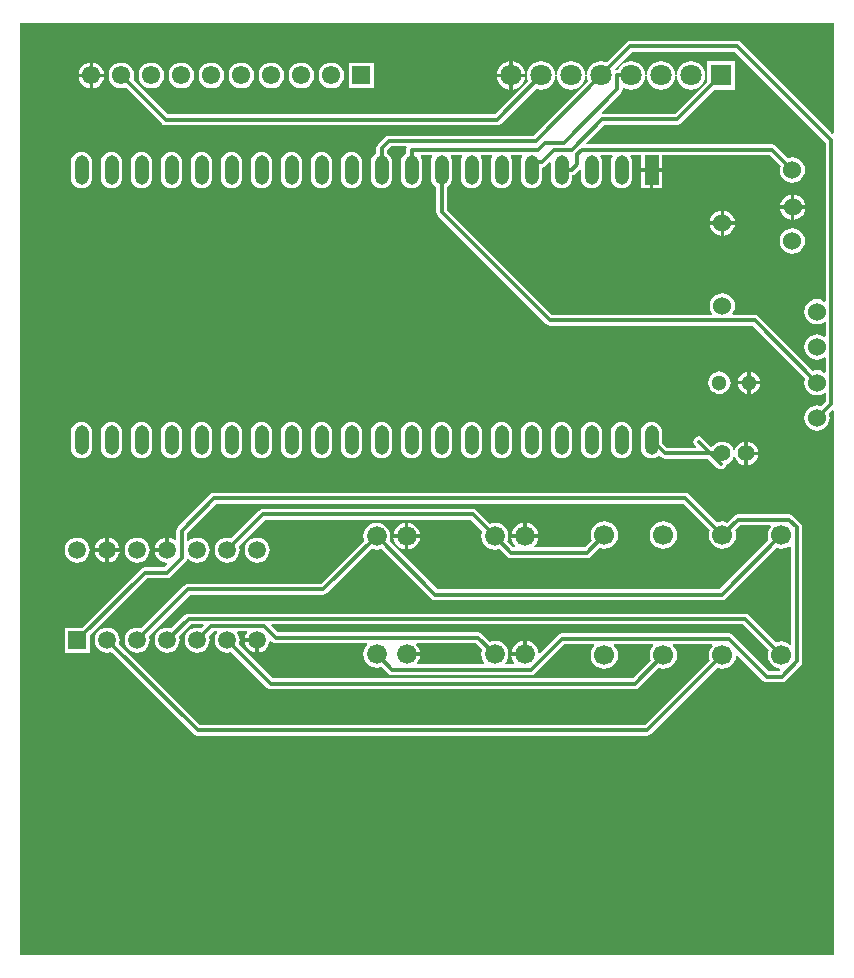
<source format=gbl>
G04 Layer_Physical_Order=2*
G04 Layer_Color=11436288*
%FSLAX25Y25*%
%MOIN*%
G70*
G01*
G75*
%ADD11C,0.01181*%
%ADD12C,0.06000*%
%ADD13C,0.05512*%
%ADD14R,0.05906X0.05906*%
%ADD15C,0.05906*%
%ADD16C,0.06600*%
%ADD17R,0.07087X0.07087*%
%ADD18C,0.07087*%
%ADD19C,0.06102*%
%ADD20R,0.06102X0.06102*%
%ADD21R,0.04724X0.09843*%
%ADD22O,0.04724X0.09843*%
%ADD23C,0.05118*%
%ADD24C,0.06693*%
G36*
X329794Y331952D02*
Y279172D01*
X329294Y278925D01*
X328880Y279243D01*
X327863Y279664D01*
X326772Y279808D01*
X325680Y279664D01*
X324663Y279243D01*
X323790Y278573D01*
X323119Y277699D01*
X322698Y276682D01*
X322554Y275591D01*
X322698Y274499D01*
X323119Y273482D01*
X323790Y272609D01*
X324663Y271938D01*
X325680Y271517D01*
X326772Y271373D01*
X327863Y271517D01*
X328880Y271938D01*
X329294Y272256D01*
X329794Y272009D01*
Y267361D01*
X329294Y267114D01*
X328880Y267432D01*
X327863Y267853D01*
X326772Y267997D01*
X325680Y267853D01*
X324663Y267432D01*
X323790Y266762D01*
X323119Y265888D01*
X322698Y264871D01*
X322554Y263780D01*
X322698Y262688D01*
X323119Y261671D01*
X323790Y260798D01*
X324663Y260127D01*
X325680Y259706D01*
X326772Y259562D01*
X327863Y259706D01*
X328880Y260127D01*
X329294Y260445D01*
X329794Y260198D01*
Y255550D01*
X329294Y255304D01*
X328880Y255621D01*
X327863Y256042D01*
X326772Y256186D01*
X325680Y256042D01*
X325378Y255917D01*
X307317Y273977D01*
X306732Y274369D01*
X306040Y274506D01*
X298834D01*
X298587Y275006D01*
X298928Y275450D01*
X299349Y276467D01*
X299493Y277559D01*
X299349Y278650D01*
X298928Y279668D01*
X298258Y280541D01*
X297384Y281211D01*
X296367Y281632D01*
X295276Y281776D01*
X294184Y281632D01*
X293167Y281211D01*
X292294Y280541D01*
X291623Y279668D01*
X291202Y278650D01*
X291058Y277559D01*
X291202Y276467D01*
X291623Y275450D01*
X291964Y275006D01*
X291718Y274506D01*
X238448D01*
X203460Y309495D01*
Y317195D01*
X204181Y317748D01*
X204749Y318489D01*
X205106Y319351D01*
X205227Y320275D01*
Y325394D01*
X205106Y326319D01*
X204749Y327181D01*
X204678Y327273D01*
X204899Y327721D01*
X208408D01*
X208629Y327273D01*
X208559Y327181D01*
X208202Y326319D01*
X208080Y325394D01*
Y320275D01*
X208202Y319351D01*
X208559Y318489D01*
X209126Y317748D01*
X209867Y317180D01*
X210729Y316824D01*
X211654Y316702D01*
X212579Y316824D01*
X213440Y317180D01*
X214181Y317748D01*
X214749Y318489D01*
X215106Y319351D01*
X215228Y320275D01*
Y325394D01*
X215106Y326319D01*
X214749Y327181D01*
X214678Y327273D01*
X214899Y327721D01*
X218408D01*
X218629Y327273D01*
X218559Y327181D01*
X218201Y326319D01*
X218080Y325394D01*
Y320275D01*
X218201Y319351D01*
X218559Y318489D01*
X219127Y317748D01*
X219867Y317180D01*
X220729Y316824D01*
X221654Y316702D01*
X222579Y316824D01*
X223441Y317180D01*
X224181Y317748D01*
X224749Y318489D01*
X225106Y319351D01*
X225227Y320275D01*
Y325394D01*
X225106Y326319D01*
X224749Y327181D01*
X224678Y327273D01*
X224899Y327721D01*
X228408D01*
X228629Y327273D01*
X228558Y327181D01*
X228202Y326319D01*
X228080Y325394D01*
Y320275D01*
X228202Y319351D01*
X228558Y318489D01*
X229127Y317748D01*
X229867Y317180D01*
X230729Y316824D01*
X231654Y316702D01*
X232579Y316824D01*
X233440Y317180D01*
X234181Y317748D01*
X234749Y318489D01*
X235106Y319351D01*
X235227Y320275D01*
Y323639D01*
X235691Y323731D01*
X236277Y324123D01*
X237602Y325447D01*
X238080Y325218D01*
Y320275D01*
X238201Y319351D01*
X238559Y318489D01*
X239126Y317748D01*
X239867Y317180D01*
X240729Y316824D01*
X241654Y316702D01*
X242579Y316824D01*
X243441Y317180D01*
X244181Y317748D01*
X244749Y318489D01*
X245106Y319351D01*
X245228Y320275D01*
Y320999D01*
X245891Y321131D01*
X246477Y321523D01*
X246869Y322109D01*
X246870Y322116D01*
X247618Y322863D01*
X248080Y322672D01*
Y320275D01*
X248201Y319351D01*
X248558Y318489D01*
X249127Y317748D01*
X249867Y317180D01*
X250729Y316824D01*
X251654Y316702D01*
X252579Y316824D01*
X253440Y317180D01*
X254181Y317748D01*
X254749Y318489D01*
X255106Y319351D01*
X255227Y320275D01*
Y325394D01*
X255106Y326319D01*
X254749Y327181D01*
X254622Y327345D01*
X254843Y327794D01*
X258464D01*
X258685Y327345D01*
X258559Y327181D01*
X258202Y326319D01*
X258080Y325394D01*
Y320275D01*
X258202Y319351D01*
X258559Y318489D01*
X259126Y317748D01*
X259867Y317180D01*
X260729Y316824D01*
X261654Y316702D01*
X262579Y316824D01*
X263440Y317180D01*
X264181Y317748D01*
X264749Y318489D01*
X265106Y319351D01*
X265228Y320275D01*
Y325394D01*
X265106Y326319D01*
X264749Y327181D01*
X264622Y327345D01*
X264844Y327794D01*
X268110D01*
Y323425D01*
X275197D01*
Y327794D01*
X311104D01*
X314669Y324228D01*
X314544Y323926D01*
X314400Y322835D01*
X314544Y321743D01*
X314965Y320726D01*
X315635Y319853D01*
X316509Y319182D01*
X317526Y318761D01*
X318617Y318617D01*
X319709Y318761D01*
X320726Y319182D01*
X321599Y319853D01*
X322270Y320726D01*
X322691Y321743D01*
X322835Y322835D01*
X322691Y323926D01*
X322270Y324943D01*
X321599Y325817D01*
X320726Y326487D01*
X319709Y326908D01*
X318617Y327052D01*
X317526Y326908D01*
X317224Y326783D01*
X313129Y330877D01*
X312543Y331269D01*
X311852Y331406D01*
X250073D01*
X249882Y331868D01*
X256007Y337994D01*
X280312D01*
X281003Y338131D01*
X281589Y338523D01*
X292673Y349606D01*
X299567D01*
Y359055D01*
X290118D01*
Y352161D01*
X279564Y341606D01*
X255341D01*
X255201Y341800D01*
X255114Y342087D01*
X261477Y348450D01*
X261869Y349036D01*
X262006Y349728D01*
Y349987D01*
X262139Y350052D01*
X262506Y350185D01*
X263609Y349728D01*
X264843Y349566D01*
X266076Y349728D01*
X267225Y350204D01*
X268212Y350961D01*
X268969Y351948D01*
X269445Y353098D01*
X269561Y353975D01*
Y353975D01*
X269590Y354199D01*
X269593D01*
X269610D01*
X269639D01*
X270046D01*
X270075Y354199D01*
X270092Y354199D01*
X270095D01*
X270124Y353975D01*
Y353975D01*
X270240Y353098D01*
X270716Y351948D01*
X271473Y350961D01*
X272460Y350204D01*
X273609Y349728D01*
X274843Y349566D01*
X276076Y349728D01*
X277225Y350204D01*
X278212Y350961D01*
X278969Y351948D01*
X279445Y353098D01*
X279561Y353975D01*
Y353975D01*
X279591Y354199D01*
X279593D01*
X279610D01*
X279639D01*
X280047D01*
X280076Y354199D01*
X280092Y354199D01*
X280095D01*
X280124Y353975D01*
Y353975D01*
X280240Y353098D01*
X280716Y351948D01*
X281473Y350961D01*
X282460Y350204D01*
X283609Y349728D01*
X284843Y349566D01*
X286076Y349728D01*
X287225Y350204D01*
X288212Y350961D01*
X288969Y351948D01*
X289445Y353098D01*
X289608Y354331D01*
X289445Y355564D01*
X288969Y356713D01*
X288212Y357700D01*
X287225Y358458D01*
X286076Y358934D01*
X284843Y359096D01*
X283609Y358934D01*
X282460Y358458D01*
X281473Y357700D01*
X280716Y356713D01*
X280240Y355564D01*
X280124Y354687D01*
Y354687D01*
X280095Y354462D01*
X280092D01*
X280076D01*
X280047D01*
X279639D01*
X279610Y354462D01*
X279593Y354462D01*
X279591D01*
X279561Y354687D01*
Y354687D01*
X279445Y355564D01*
X278969Y356713D01*
X278212Y357700D01*
X277225Y358458D01*
X276076Y358934D01*
X274843Y359096D01*
X273609Y358934D01*
X272460Y358458D01*
X271473Y357700D01*
X270716Y356713D01*
X270240Y355564D01*
X270124Y354687D01*
Y354687D01*
X270095Y354462D01*
X270092D01*
X270075D01*
X270046D01*
X269639D01*
X269610Y354462D01*
X269593Y354462D01*
X269590D01*
X269561Y354687D01*
Y354687D01*
X269445Y355564D01*
X268969Y356713D01*
X268212Y357700D01*
X267225Y358458D01*
X266076Y358934D01*
X264843Y359096D01*
X263609Y358934D01*
X262460Y358458D01*
X261473Y357700D01*
X260716Y356713D01*
X260477Y356137D01*
X260200D01*
X259839Y356065D01*
X259593Y356526D01*
X265360Y362294D01*
X299452D01*
X329794Y331952D01*
D02*
G37*
G36*
X332438Y335070D02*
X331976Y334878D01*
X301477Y365377D01*
X300891Y365769D01*
X300200Y365906D01*
X264612D01*
X263920Y365769D01*
X263334Y365377D01*
X256652Y358695D01*
X256076Y358934D01*
X254843Y359096D01*
X253609Y358934D01*
X252460Y358458D01*
X251473Y357700D01*
X250716Y356713D01*
X250240Y355564D01*
X250124Y354687D01*
Y354687D01*
X250095Y354462D01*
X250092D01*
X250076D01*
X250046D01*
X249639D01*
X249610Y354462D01*
X249593Y354462D01*
X249590D01*
X249561Y354687D01*
Y354687D01*
X249445Y355564D01*
X248969Y356713D01*
X248212Y357700D01*
X247225Y358458D01*
X246076Y358934D01*
X244843Y359096D01*
X243609Y358934D01*
X242460Y358458D01*
X241473Y357700D01*
X240716Y356713D01*
X240240Y355564D01*
X240124Y354687D01*
Y354687D01*
X240095Y354462D01*
X240092D01*
X240075D01*
X240047D01*
X239639D01*
X239610Y354462D01*
X239593Y354462D01*
X239591D01*
X239561Y354687D01*
Y354687D01*
X239445Y355564D01*
X238969Y356713D01*
X238212Y357700D01*
X237225Y358458D01*
X236076Y358934D01*
X234843Y359096D01*
X233609Y358934D01*
X232460Y358458D01*
X231473Y357700D01*
X230716Y356713D01*
X230240Y355564D01*
X230124Y354687D01*
Y354687D01*
X230095Y354462D01*
X230095D01*
X230077Y354331D01*
X230095Y354199D01*
X230095D01*
X230124Y353975D01*
Y353975D01*
X230240Y353098D01*
X230479Y352521D01*
X219364Y341406D01*
X110400D01*
X98909Y352898D01*
X99045Y353226D01*
X99190Y354331D01*
X99045Y355436D01*
X98618Y356465D01*
X97940Y357349D01*
X97056Y358028D01*
X96026Y358454D01*
X94921Y358600D01*
X93816Y358454D01*
X92787Y358028D01*
X91903Y357349D01*
X91224Y356465D01*
X90798Y355436D01*
X90652Y354331D01*
X90798Y353226D01*
X91224Y352196D01*
X91903Y351312D01*
X92787Y350634D01*
X93816Y350207D01*
X94921Y350062D01*
X96026Y350207D01*
X96354Y350343D01*
X108375Y338323D01*
X108961Y337931D01*
X109652Y337794D01*
X220112D01*
X220803Y337931D01*
X221389Y338323D01*
X233033Y349967D01*
X233609Y349728D01*
X234843Y349566D01*
X236076Y349728D01*
X237225Y350204D01*
X238212Y350961D01*
X238969Y351948D01*
X239445Y353098D01*
X239561Y353975D01*
Y353975D01*
X239591Y354199D01*
X239593D01*
X239610D01*
X239639D01*
X240047D01*
X240075Y354199D01*
X240092Y354199D01*
X240095D01*
X240124Y353975D01*
Y353975D01*
X240240Y353098D01*
X240716Y351948D01*
X241473Y350961D01*
X242460Y350204D01*
X243609Y349728D01*
X244843Y349566D01*
X246076Y349728D01*
X247225Y350204D01*
X248212Y350961D01*
X248969Y351948D01*
X249445Y353098D01*
X249561Y353975D01*
Y353975D01*
X249590Y354199D01*
X249593D01*
X249610D01*
X249639D01*
X250046D01*
X250076Y354199D01*
X250092Y354199D01*
X250095D01*
X250124Y353975D01*
Y353975D01*
X250240Y353098D01*
X250479Y352521D01*
X232264Y334306D01*
X184154D01*
X183462Y334169D01*
X182876Y333777D01*
X180376Y331277D01*
X179985Y330691D01*
X179847Y330000D01*
Y328474D01*
X179127Y327921D01*
X178559Y327181D01*
X178201Y326319D01*
X178080Y325394D01*
Y320275D01*
X178201Y319351D01*
X178559Y318489D01*
X179127Y317748D01*
X179867Y317180D01*
X180729Y316824D01*
X181654Y316702D01*
X182579Y316824D01*
X183440Y317180D01*
X184181Y317748D01*
X184749Y318489D01*
X185106Y319351D01*
X185228Y320275D01*
Y325394D01*
X185106Y326319D01*
X184749Y327181D01*
X184181Y327921D01*
X183460Y328474D01*
Y329252D01*
X184902Y330694D01*
X189727D01*
X189984Y330282D01*
X189980Y330194D01*
X189847Y329528D01*
Y328474D01*
X189127Y327921D01*
X188558Y327181D01*
X188201Y326319D01*
X188080Y325394D01*
Y320275D01*
X188201Y319351D01*
X188558Y318489D01*
X189127Y317748D01*
X189867Y317180D01*
X190729Y316824D01*
X191654Y316702D01*
X192579Y316824D01*
X193440Y317180D01*
X194181Y317748D01*
X194749Y318489D01*
X195106Y319351D01*
X195228Y320275D01*
Y325394D01*
X195106Y326319D01*
X194749Y327181D01*
X194678Y327273D01*
X194899Y327721D01*
X198408D01*
X198629Y327273D01*
X198558Y327181D01*
X198202Y326319D01*
X198080Y325394D01*
Y320275D01*
X198202Y319351D01*
X198558Y318489D01*
X199127Y317748D01*
X199847Y317195D01*
Y308746D01*
X199985Y308055D01*
X200376Y307469D01*
X236423Y271423D01*
X237009Y271031D01*
X237700Y270894D01*
X305292D01*
X322823Y253362D01*
X322698Y253060D01*
X322554Y251969D01*
X322698Y250877D01*
X323119Y249860D01*
X323790Y248987D01*
X324663Y248316D01*
X325680Y247895D01*
X326772Y247751D01*
X327863Y247895D01*
X328880Y248316D01*
X329294Y248634D01*
X329794Y248387D01*
Y245734D01*
X328165Y244106D01*
X327863Y244231D01*
X326772Y244375D01*
X325680Y244231D01*
X324663Y243810D01*
X323790Y243139D01*
X323119Y242266D01*
X322698Y241249D01*
X322554Y240157D01*
X322698Y239066D01*
X323119Y238049D01*
X323790Y237175D01*
X324663Y236505D01*
X325680Y236084D01*
X326772Y235940D01*
X327863Y236084D01*
X328880Y236505D01*
X329754Y237175D01*
X330424Y238049D01*
X330845Y239066D01*
X330989Y240157D01*
X330845Y241249D01*
X330720Y241551D01*
X331976Y242807D01*
X332438Y242616D01*
Y61263D01*
X61263D01*
Y371808D01*
X332438D01*
Y335070D01*
D02*
G37*
%LPC*%
G36*
X151654Y238967D02*
X150729Y238846D01*
X149867Y238489D01*
X149127Y237921D01*
X148558Y237181D01*
X148202Y236319D01*
X148080Y235394D01*
Y230276D01*
X148202Y229351D01*
X148558Y228489D01*
X149127Y227748D01*
X149867Y227181D01*
X150729Y226823D01*
X151654Y226702D01*
X152579Y226823D01*
X153440Y227181D01*
X154181Y227748D01*
X154749Y228489D01*
X155106Y229351D01*
X155227Y230276D01*
Y235394D01*
X155106Y236319D01*
X154749Y237181D01*
X154181Y237921D01*
X153440Y238489D01*
X152579Y238846D01*
X151654Y238967D01*
D02*
G37*
G36*
X141654D02*
X140729Y238846D01*
X139867Y238489D01*
X139127Y237921D01*
X138558Y237181D01*
X138201Y236319D01*
X138080Y235394D01*
Y230276D01*
X138201Y229351D01*
X138558Y228489D01*
X139127Y227748D01*
X139867Y227181D01*
X140729Y226823D01*
X141654Y226702D01*
X142579Y226823D01*
X143440Y227181D01*
X144181Y227748D01*
X144749Y228489D01*
X145106Y229351D01*
X145228Y230276D01*
Y235394D01*
X145106Y236319D01*
X144749Y237181D01*
X144181Y237921D01*
X143440Y238489D01*
X142579Y238846D01*
X141654Y238967D01*
D02*
G37*
G36*
X171654D02*
X170729Y238846D01*
X169867Y238489D01*
X169126Y237921D01*
X168559Y237181D01*
X168201Y236319D01*
X168080Y235394D01*
Y230276D01*
X168201Y229351D01*
X168559Y228489D01*
X169126Y227748D01*
X169867Y227181D01*
X170729Y226823D01*
X171654Y226702D01*
X172579Y226823D01*
X173441Y227181D01*
X174181Y227748D01*
X174749Y228489D01*
X175106Y229351D01*
X175227Y230276D01*
Y235394D01*
X175106Y236319D01*
X174749Y237181D01*
X174181Y237921D01*
X173441Y238489D01*
X172579Y238846D01*
X171654Y238967D01*
D02*
G37*
G36*
X161654D02*
X160729Y238846D01*
X159867Y238489D01*
X159126Y237921D01*
X158558Y237181D01*
X158202Y236319D01*
X158080Y235394D01*
Y230276D01*
X158202Y229351D01*
X158558Y228489D01*
X159126Y227748D01*
X159867Y227181D01*
X160729Y226823D01*
X161654Y226702D01*
X162579Y226823D01*
X163441Y227181D01*
X164181Y227748D01*
X164749Y228489D01*
X165106Y229351D01*
X165227Y230276D01*
Y235394D01*
X165106Y236319D01*
X164749Y237181D01*
X164181Y237921D01*
X163441Y238489D01*
X162579Y238846D01*
X161654Y238967D01*
D02*
G37*
G36*
X131654D02*
X130729Y238846D01*
X129867Y238489D01*
X129127Y237921D01*
X128559Y237181D01*
X128201Y236319D01*
X128080Y235394D01*
Y230276D01*
X128201Y229351D01*
X128559Y228489D01*
X129127Y227748D01*
X129867Y227181D01*
X130729Y226823D01*
X131654Y226702D01*
X132579Y226823D01*
X133440Y227181D01*
X134181Y227748D01*
X134749Y228489D01*
X135106Y229351D01*
X135228Y230276D01*
Y235394D01*
X135106Y236319D01*
X134749Y237181D01*
X134181Y237921D01*
X133440Y238489D01*
X132579Y238846D01*
X131654Y238967D01*
D02*
G37*
G36*
X121654D02*
X120729Y238846D01*
X119867Y238489D01*
X119126Y237921D01*
X118559Y237181D01*
X118201Y236319D01*
X118080Y235394D01*
Y230276D01*
X118201Y229351D01*
X118559Y228489D01*
X119126Y227748D01*
X119867Y227181D01*
X120729Y226823D01*
X121654Y226702D01*
X122579Y226823D01*
X123441Y227181D01*
X124181Y227748D01*
X124749Y228489D01*
X125106Y229351D01*
X125227Y230276D01*
Y235394D01*
X125106Y236319D01*
X124749Y237181D01*
X124181Y237921D01*
X123441Y238489D01*
X122579Y238846D01*
X121654Y238967D01*
D02*
G37*
G36*
X111654D02*
X110729Y238846D01*
X109867Y238489D01*
X109126Y237921D01*
X108558Y237181D01*
X108202Y236319D01*
X108080Y235394D01*
Y230276D01*
X108202Y229351D01*
X108558Y228489D01*
X109126Y227748D01*
X109867Y227181D01*
X110729Y226823D01*
X111654Y226702D01*
X112579Y226823D01*
X113441Y227181D01*
X114181Y227748D01*
X114749Y228489D01*
X115106Y229351D01*
X115227Y230276D01*
Y235394D01*
X115106Y236319D01*
X114749Y237181D01*
X114181Y237921D01*
X113441Y238489D01*
X112579Y238846D01*
X111654Y238967D01*
D02*
G37*
G36*
X91654D02*
X90729Y238846D01*
X89867Y238489D01*
X89126Y237921D01*
X88559Y237181D01*
X88201Y236319D01*
X88080Y235394D01*
Y230276D01*
X88201Y229351D01*
X88559Y228489D01*
X89126Y227748D01*
X89867Y227181D01*
X90729Y226823D01*
X91654Y226702D01*
X92579Y226823D01*
X93441Y227181D01*
X94181Y227748D01*
X94749Y228489D01*
X95106Y229351D01*
X95227Y230276D01*
Y235394D01*
X95106Y236319D01*
X94749Y237181D01*
X94181Y237921D01*
X93441Y238489D01*
X92579Y238846D01*
X91654Y238967D01*
D02*
G37*
G36*
X101654D02*
X100729Y238846D01*
X99867Y238489D01*
X99126Y237921D01*
X98558Y237181D01*
X98202Y236319D01*
X98080Y235394D01*
Y230276D01*
X98202Y229351D01*
X98558Y228489D01*
X99126Y227748D01*
X99867Y227181D01*
X100729Y226823D01*
X101654Y226702D01*
X102579Y226823D01*
X103440Y227181D01*
X104181Y227748D01*
X104749Y228489D01*
X105106Y229351D01*
X105227Y230276D01*
Y235394D01*
X105106Y236319D01*
X104749Y237181D01*
X104181Y237921D01*
X103440Y238489D01*
X102579Y238846D01*
X101654Y238967D01*
D02*
G37*
G36*
X251654D02*
X250729Y238846D01*
X249867Y238489D01*
X249127Y237921D01*
X248558Y237181D01*
X248201Y236319D01*
X248080Y235394D01*
Y230276D01*
X248201Y229351D01*
X248558Y228489D01*
X249127Y227748D01*
X249867Y227181D01*
X250729Y226823D01*
X251654Y226702D01*
X252579Y226823D01*
X253440Y227181D01*
X254181Y227748D01*
X254749Y228489D01*
X255106Y229351D01*
X255227Y230276D01*
Y235394D01*
X255106Y236319D01*
X254749Y237181D01*
X254181Y237921D01*
X253440Y238489D01*
X252579Y238846D01*
X251654Y238967D01*
D02*
G37*
G36*
X241654D02*
X240729Y238846D01*
X239867Y238489D01*
X239126Y237921D01*
X238559Y237181D01*
X238201Y236319D01*
X238080Y235394D01*
Y230276D01*
X238201Y229351D01*
X238559Y228489D01*
X239126Y227748D01*
X239867Y227181D01*
X240729Y226823D01*
X241654Y226702D01*
X242579Y226823D01*
X243441Y227181D01*
X244181Y227748D01*
X244749Y228489D01*
X245106Y229351D01*
X245228Y230276D01*
Y235394D01*
X245106Y236319D01*
X244749Y237181D01*
X244181Y237921D01*
X243441Y238489D01*
X242579Y238846D01*
X241654Y238967D01*
D02*
G37*
G36*
X261654D02*
X260729Y238846D01*
X259867Y238489D01*
X259126Y237921D01*
X258559Y237181D01*
X258202Y236319D01*
X258080Y235394D01*
Y230276D01*
X258202Y229351D01*
X258559Y228489D01*
X259126Y227748D01*
X259867Y227181D01*
X260729Y226823D01*
X261654Y226702D01*
X262579Y226823D01*
X263440Y227181D01*
X264181Y227748D01*
X264749Y228489D01*
X265106Y229351D01*
X265228Y230276D01*
Y235394D01*
X265106Y236319D01*
X264749Y237181D01*
X264181Y237921D01*
X263440Y238489D01*
X262579Y238846D01*
X261654Y238967D01*
D02*
G37*
G36*
X294291Y255741D02*
X293315Y255612D01*
X292405Y255236D01*
X291624Y254636D01*
X291024Y253855D01*
X290648Y252945D01*
X290519Y251969D01*
X290648Y250992D01*
X291024Y250082D01*
X291624Y249301D01*
X292405Y248702D01*
X293315Y248325D01*
X294291Y248196D01*
X295268Y248325D01*
X296178Y248702D01*
X296959Y249301D01*
X297558Y250082D01*
X297935Y250992D01*
X298064Y251969D01*
X297935Y252945D01*
X297558Y253855D01*
X296959Y254636D01*
X296178Y255236D01*
X295268Y255612D01*
X294291Y255741D01*
D02*
G37*
G36*
X303803Y232240D02*
Y228937D01*
X307106D01*
X307048Y229374D01*
X306652Y230332D01*
X306020Y231154D01*
X305198Y231786D01*
X304240Y232182D01*
X303803Y232240D01*
D02*
G37*
G36*
X231654Y238967D02*
X230729Y238846D01*
X229867Y238489D01*
X229127Y237921D01*
X228558Y237181D01*
X228202Y236319D01*
X228080Y235394D01*
Y230276D01*
X228202Y229351D01*
X228558Y228489D01*
X229127Y227748D01*
X229867Y227181D01*
X230729Y226823D01*
X231654Y226702D01*
X232579Y226823D01*
X233440Y227181D01*
X234181Y227748D01*
X234749Y228489D01*
X235106Y229351D01*
X235227Y230276D01*
Y235394D01*
X235106Y236319D01*
X234749Y237181D01*
X234181Y237921D01*
X233440Y238489D01*
X232579Y238846D01*
X231654Y238967D01*
D02*
G37*
G36*
X191654D02*
X190729Y238846D01*
X189867Y238489D01*
X189127Y237921D01*
X188558Y237181D01*
X188201Y236319D01*
X188080Y235394D01*
Y230276D01*
X188201Y229351D01*
X188558Y228489D01*
X189127Y227748D01*
X189867Y227181D01*
X190729Y226823D01*
X191654Y226702D01*
X192579Y226823D01*
X193440Y227181D01*
X194181Y227748D01*
X194749Y228489D01*
X195106Y229351D01*
X195228Y230276D01*
Y235394D01*
X195106Y236319D01*
X194749Y237181D01*
X194181Y237921D01*
X193440Y238489D01*
X192579Y238846D01*
X191654Y238967D01*
D02*
G37*
G36*
X181654D02*
X180729Y238846D01*
X179867Y238489D01*
X179127Y237921D01*
X178559Y237181D01*
X178201Y236319D01*
X178080Y235394D01*
Y230276D01*
X178201Y229351D01*
X178559Y228489D01*
X179127Y227748D01*
X179867Y227181D01*
X180729Y226823D01*
X181654Y226702D01*
X182579Y226823D01*
X183440Y227181D01*
X184181Y227748D01*
X184749Y228489D01*
X185106Y229351D01*
X185228Y230276D01*
Y235394D01*
X185106Y236319D01*
X184749Y237181D01*
X184181Y237921D01*
X183440Y238489D01*
X182579Y238846D01*
X181654Y238967D01*
D02*
G37*
G36*
X201654D02*
X200729Y238846D01*
X199867Y238489D01*
X199127Y237921D01*
X198558Y237181D01*
X198202Y236319D01*
X198080Y235394D01*
Y230276D01*
X198202Y229351D01*
X198558Y228489D01*
X199127Y227748D01*
X199867Y227181D01*
X200729Y226823D01*
X201654Y226702D01*
X202579Y226823D01*
X203440Y227181D01*
X204181Y227748D01*
X204749Y228489D01*
X205106Y229351D01*
X205227Y230276D01*
Y235394D01*
X205106Y236319D01*
X204749Y237181D01*
X204181Y237921D01*
X203440Y238489D01*
X202579Y238846D01*
X201654Y238967D01*
D02*
G37*
G36*
X221654D02*
X220729Y238846D01*
X219867Y238489D01*
X219127Y237921D01*
X218559Y237181D01*
X218201Y236319D01*
X218080Y235394D01*
Y230276D01*
X218201Y229351D01*
X218559Y228489D01*
X219127Y227748D01*
X219867Y227181D01*
X220729Y226823D01*
X221654Y226702D01*
X222579Y226823D01*
X223441Y227181D01*
X224181Y227748D01*
X224749Y228489D01*
X225106Y229351D01*
X225227Y230276D01*
Y235394D01*
X225106Y236319D01*
X224749Y237181D01*
X224181Y237921D01*
X223441Y238489D01*
X222579Y238846D01*
X221654Y238967D01*
D02*
G37*
G36*
X211654D02*
X210729Y238846D01*
X209867Y238489D01*
X209126Y237921D01*
X208559Y237181D01*
X208202Y236319D01*
X208080Y235394D01*
Y230276D01*
X208202Y229351D01*
X208559Y228489D01*
X209126Y227748D01*
X209867Y227181D01*
X210729Y226823D01*
X211654Y226702D01*
X212579Y226823D01*
X213440Y227181D01*
X214181Y227748D01*
X214749Y228489D01*
X215106Y229351D01*
X215228Y230276D01*
Y235394D01*
X215106Y236319D01*
X214749Y237181D01*
X214181Y237921D01*
X213440Y238489D01*
X212579Y238846D01*
X211654Y238967D01*
D02*
G37*
G36*
X189449Y200197D02*
X185597D01*
X185674Y199618D01*
X186125Y198528D01*
X186843Y197591D01*
X187779Y196873D01*
X188870Y196422D01*
X189449Y196345D01*
Y200197D01*
D02*
G37*
G36*
X94328Y195512D02*
X90827D01*
Y192011D01*
X91315Y192075D01*
X92321Y192491D01*
X93185Y193154D01*
X93847Y194018D01*
X94264Y195023D01*
X94328Y195512D01*
D02*
G37*
G36*
X194481Y200197D02*
X190630D01*
Y196345D01*
X191209Y196422D01*
X192299Y196873D01*
X193235Y197591D01*
X193954Y198528D01*
X194405Y199618D01*
X194481Y200197D01*
D02*
G37*
G36*
X275591Y205669D02*
X274409Y205513D01*
X273307Y205057D01*
X272361Y204331D01*
X271636Y203386D01*
X271180Y202284D01*
X271024Y201102D01*
X271180Y199920D01*
X271636Y198819D01*
X272361Y197873D01*
X273307Y197148D01*
X274409Y196691D01*
X275591Y196536D01*
X276772Y196691D01*
X277874Y197148D01*
X278820Y197873D01*
X279545Y198819D01*
X280002Y199920D01*
X280157Y201102D01*
X280002Y202284D01*
X279545Y203386D01*
X278820Y204331D01*
X277874Y205057D01*
X276772Y205513D01*
X275591Y205669D01*
D02*
G37*
G36*
X212197Y209806D02*
X142134D01*
X141443Y209669D01*
X140857Y209277D01*
X131594Y200014D01*
X131315Y200130D01*
X130236Y200272D01*
X129157Y200130D01*
X128151Y199713D01*
X127288Y199051D01*
X126625Y198187D01*
X126209Y197181D01*
X126067Y196102D01*
X126209Y195023D01*
X126625Y194018D01*
X127288Y193154D01*
X128151Y192491D01*
X129157Y192075D01*
X130236Y191933D01*
X131315Y192075D01*
X132321Y192491D01*
X133185Y193154D01*
X133847Y194018D01*
X134264Y195023D01*
X134406Y196102D01*
X134264Y197181D01*
X134148Y197460D01*
X142882Y206194D01*
X211449D01*
X215231Y202411D01*
X215044Y201957D01*
X214890Y200787D01*
X215044Y199618D01*
X215495Y198528D01*
X216213Y197591D01*
X217149Y196873D01*
X218240Y196422D01*
X219409Y196268D01*
X220579Y196422D01*
X221033Y196609D01*
X223620Y194023D01*
X224205Y193631D01*
X224897Y193494D01*
X250103D01*
X250795Y193631D01*
X251380Y194023D01*
X254247Y196889D01*
X254724Y196691D01*
X255906Y196536D01*
X257087Y196691D01*
X258189Y197148D01*
X259135Y197873D01*
X259860Y198819D01*
X260317Y199920D01*
X260472Y201102D01*
X260317Y202284D01*
X259860Y203386D01*
X259135Y204331D01*
X258189Y205057D01*
X257087Y205513D01*
X255906Y205669D01*
X254724Y205513D01*
X253622Y205057D01*
X252677Y204331D01*
X251951Y203386D01*
X251495Y202284D01*
X251339Y201102D01*
X251495Y199920D01*
X251692Y199443D01*
X249355Y197106D01*
X232751D01*
X232643Y197424D01*
X232617Y197606D01*
X233324Y198528D01*
X233775Y199618D01*
X233851Y200197D01*
X224967D01*
X225044Y199618D01*
X225495Y198528D01*
X226149Y197676D01*
X225990Y197195D01*
X225602Y197149D01*
X223587Y199164D01*
X223775Y199618D01*
X223929Y200787D01*
X223775Y201957D01*
X223324Y203047D01*
X222605Y203983D01*
X221669Y204702D01*
X220579Y205153D01*
X219409Y205307D01*
X218240Y205153D01*
X217786Y204965D01*
X213474Y209277D01*
X212888Y209669D01*
X212197Y209806D01*
D02*
G37*
G36*
X80236Y200272D02*
X79157Y200130D01*
X78151Y199713D01*
X77288Y199051D01*
X76625Y198187D01*
X76209Y197181D01*
X76067Y196102D01*
X76209Y195023D01*
X76625Y194018D01*
X77288Y193154D01*
X78151Y192491D01*
X79157Y192075D01*
X80236Y191933D01*
X81315Y192075D01*
X82321Y192491D01*
X83184Y193154D01*
X83847Y194018D01*
X84264Y195023D01*
X84406Y196102D01*
X84264Y197181D01*
X83847Y198187D01*
X83184Y199051D01*
X82321Y199713D01*
X81315Y200130D01*
X80236Y200272D01*
D02*
G37*
G36*
X282978Y215206D02*
X125800D01*
X125109Y215069D01*
X124523Y214677D01*
X113723Y203877D01*
X113331Y203291D01*
X113194Y202600D01*
Y199674D01*
X112694Y199427D01*
X112321Y199713D01*
X111315Y200130D01*
X110827Y200194D01*
Y196102D01*
X110236D01*
Y195512D01*
X106144D01*
X106209Y195023D01*
X106625Y194018D01*
X107288Y193154D01*
X108151Y192491D01*
X109157Y192075D01*
X110090Y191952D01*
X110323Y191478D01*
X109252Y190406D01*
X102734D01*
X102042Y190269D01*
X101456Y189877D01*
X81815Y170236D01*
X76102D01*
Y161969D01*
X84370D01*
Y167682D01*
X103482Y186794D01*
X110000D01*
X110691Y186931D01*
X111277Y187323D01*
X116277Y192323D01*
X116669Y192909D01*
X116705Y193092D01*
X117240Y193217D01*
X117288Y193154D01*
X118151Y192491D01*
X119157Y192075D01*
X120236Y191933D01*
X121315Y192075D01*
X122321Y192491D01*
X123185Y193154D01*
X123847Y194018D01*
X124264Y195023D01*
X124406Y196102D01*
X124264Y197181D01*
X123847Y198187D01*
X123185Y199051D01*
X122321Y199713D01*
X121315Y200130D01*
X120236Y200272D01*
X119157Y200130D01*
X118151Y199713D01*
X117306Y199065D01*
X117127Y199092D01*
X116806Y199201D01*
Y201852D01*
X126548Y211594D01*
X282230D01*
X291062Y202761D01*
X290865Y202284D01*
X290709Y201102D01*
X290865Y199920D01*
X291321Y198819D01*
X292046Y197873D01*
X292992Y197148D01*
X294094Y196691D01*
X295276Y196536D01*
X296458Y196691D01*
X297559Y197148D01*
X298505Y197873D01*
X299230Y198819D01*
X299687Y199920D01*
X299842Y201102D01*
X299687Y202284D01*
X299489Y202761D01*
X301221Y204494D01*
X311226D01*
X311473Y203994D01*
X311006Y203386D01*
X310550Y202284D01*
X310394Y201102D01*
X310550Y199920D01*
X310747Y199443D01*
X294310Y183006D01*
X200375D01*
X184217Y199164D01*
X184405Y199618D01*
X184559Y200787D01*
X184405Y201957D01*
X183954Y203047D01*
X183235Y203983D01*
X182299Y204702D01*
X181209Y205153D01*
X180039Y205307D01*
X178870Y205153D01*
X177779Y204702D01*
X176843Y203983D01*
X176125Y203047D01*
X175674Y201957D01*
X175520Y200787D01*
X175674Y199618D01*
X175862Y199164D01*
X161504Y184806D01*
X117134D01*
X116443Y184669D01*
X115857Y184277D01*
X101594Y170015D01*
X101315Y170130D01*
X100236Y170272D01*
X99157Y170130D01*
X98151Y169713D01*
X97288Y169051D01*
X96625Y168187D01*
X96209Y167182D01*
X96067Y166102D01*
X96209Y165023D01*
X96625Y164018D01*
X97288Y163154D01*
X98151Y162492D01*
X99157Y162075D01*
X100236Y161933D01*
X101315Y162075D01*
X102321Y162492D01*
X103184Y163154D01*
X103847Y164018D01*
X104264Y165023D01*
X104406Y166102D01*
X104264Y167182D01*
X104148Y167460D01*
X117882Y181194D01*
X162252D01*
X162943Y181331D01*
X163529Y181723D01*
X178416Y196609D01*
X178870Y196422D01*
X180039Y196268D01*
X181209Y196422D01*
X181663Y196609D01*
X198349Y179923D01*
X198935Y179531D01*
X199627Y179394D01*
X295058D01*
X295750Y179531D01*
X296336Y179923D01*
X313302Y196889D01*
X313779Y196691D01*
X314961Y196536D01*
X316143Y196691D01*
X317244Y197148D01*
X317794Y197569D01*
X318294Y197323D01*
Y164882D01*
X317794Y164636D01*
X317244Y165057D01*
X316143Y165513D01*
X314961Y165669D01*
X313779Y165513D01*
X313302Y165316D01*
X304152Y174466D01*
X303566Y174858D01*
X302874Y174995D01*
X117323D01*
X116631Y174858D01*
X116045Y174466D01*
X111594Y170015D01*
X111315Y170130D01*
X110236Y170272D01*
X109157Y170130D01*
X108151Y169713D01*
X107288Y169051D01*
X106625Y168187D01*
X106209Y167182D01*
X106067Y166102D01*
X106209Y165023D01*
X106625Y164018D01*
X107288Y163154D01*
X108151Y162492D01*
X109157Y162075D01*
X110236Y161933D01*
X111315Y162075D01*
X112321Y162492D01*
X113184Y163154D01*
X113847Y164018D01*
X114264Y165023D01*
X114406Y166102D01*
X114264Y167182D01*
X114148Y167460D01*
X118071Y171383D01*
X122309D01*
X122500Y170921D01*
X121594Y170015D01*
X121315Y170130D01*
X120236Y170272D01*
X119157Y170130D01*
X118151Y169713D01*
X117288Y169051D01*
X116625Y168187D01*
X116209Y167182D01*
X116067Y166102D01*
X116209Y165023D01*
X116625Y164018D01*
X117288Y163154D01*
X118151Y162492D01*
X119157Y162075D01*
X120236Y161933D01*
X121315Y162075D01*
X122321Y162492D01*
X123185Y163154D01*
X123847Y164018D01*
X124264Y165023D01*
X124406Y166102D01*
X124264Y167182D01*
X124148Y167460D01*
X125709Y169020D01*
X126699D01*
X126921Y168572D01*
X126625Y168187D01*
X126209Y167182D01*
X126067Y166102D01*
X126209Y165023D01*
X126625Y164018D01*
X127288Y163154D01*
X128151Y162492D01*
X129157Y162075D01*
X130236Y161933D01*
X131315Y162075D01*
X131594Y162190D01*
X143461Y150323D01*
X144047Y149931D01*
X144739Y149794D01*
X266088D01*
X266779Y149931D01*
X267366Y150323D01*
X273932Y156889D01*
X274409Y156691D01*
X275591Y156536D01*
X276772Y156691D01*
X277874Y157148D01*
X278820Y157873D01*
X279545Y158819D01*
X280002Y159921D01*
X280157Y161102D01*
X280002Y162284D01*
X279545Y163386D01*
X278849Y164294D01*
X278901Y164572D01*
X278977Y164794D01*
X291890D01*
X291965Y164572D01*
X292018Y164294D01*
X291321Y163386D01*
X290865Y162284D01*
X290709Y161102D01*
X290865Y159921D01*
X291062Y159443D01*
X269425Y137806D01*
X121087D01*
X94148Y164745D01*
X94264Y165023D01*
X94406Y166102D01*
X94264Y167182D01*
X93847Y168187D01*
X93185Y169051D01*
X92321Y169713D01*
X91315Y170130D01*
X90236Y170272D01*
X89157Y170130D01*
X88151Y169713D01*
X87288Y169051D01*
X86625Y168187D01*
X86209Y167182D01*
X86067Y166102D01*
X86209Y165023D01*
X86625Y164018D01*
X87288Y163154D01*
X88151Y162492D01*
X89157Y162075D01*
X90236Y161933D01*
X91315Y162075D01*
X91594Y162190D01*
X119061Y134723D01*
X119647Y134331D01*
X120339Y134194D01*
X270173D01*
X270865Y134331D01*
X271450Y134723D01*
X293617Y156889D01*
X294094Y156691D01*
X295276Y156536D01*
X296458Y156691D01*
X297559Y157148D01*
X298505Y157873D01*
X299230Y158819D01*
X299687Y159921D01*
X299830Y161008D01*
X300276Y161270D01*
X308923Y152623D01*
X309509Y152231D01*
X310200Y152094D01*
X315000D01*
X315691Y152231D01*
X316277Y152623D01*
X321377Y157723D01*
X321769Y158309D01*
X321906Y159000D01*
Y203700D01*
X321769Y204391D01*
X321377Y204977D01*
X318777Y207577D01*
X318191Y207969D01*
X317500Y208106D01*
X300473D01*
X299782Y207969D01*
X299196Y207577D01*
X296935Y205316D01*
X296458Y205513D01*
X295276Y205669D01*
X294094Y205513D01*
X293617Y205316D01*
X284255Y214677D01*
X283669Y215069D01*
X282978Y215206D01*
D02*
G37*
G36*
X100236Y200272D02*
X99157Y200130D01*
X98151Y199713D01*
X97288Y199051D01*
X96625Y198187D01*
X96209Y197181D01*
X96067Y196102D01*
X96209Y195023D01*
X96625Y194018D01*
X97288Y193154D01*
X98151Y192491D01*
X99157Y192075D01*
X100236Y191933D01*
X101315Y192075D01*
X102321Y192491D01*
X103184Y193154D01*
X103847Y194018D01*
X104264Y195023D01*
X104406Y196102D01*
X104264Y197181D01*
X103847Y198187D01*
X103184Y199051D01*
X102321Y199713D01*
X101315Y200130D01*
X100236Y200272D01*
D02*
G37*
G36*
X89646Y195512D02*
X86144D01*
X86209Y195023D01*
X86625Y194018D01*
X87288Y193154D01*
X88151Y192491D01*
X89157Y192075D01*
X89646Y192011D01*
Y195512D01*
D02*
G37*
G36*
X140236Y200272D02*
X139157Y200130D01*
X138151Y199713D01*
X137288Y199051D01*
X136625Y198187D01*
X136209Y197181D01*
X136067Y196102D01*
X136209Y195023D01*
X136625Y194018D01*
X137288Y193154D01*
X138151Y192491D01*
X139157Y192075D01*
X140236Y191933D01*
X141315Y192075D01*
X142321Y192491D01*
X143184Y193154D01*
X143847Y194018D01*
X144264Y195023D01*
X144406Y196102D01*
X144264Y197181D01*
X143847Y198187D01*
X143184Y199051D01*
X142321Y199713D01*
X141315Y200130D01*
X140236Y200272D01*
D02*
G37*
G36*
X230000Y205229D02*
Y201378D01*
X233851D01*
X233775Y201957D01*
X233324Y203047D01*
X232605Y203983D01*
X231669Y204702D01*
X230579Y205153D01*
X230000Y205229D01*
D02*
G37*
G36*
X228819D02*
X228240Y205153D01*
X227150Y204702D01*
X226213Y203983D01*
X225495Y203047D01*
X225044Y201957D01*
X224967Y201378D01*
X228819D01*
Y205229D01*
D02*
G37*
G36*
X271654Y238967D02*
X270729Y238846D01*
X269867Y238489D01*
X269127Y237921D01*
X268559Y237181D01*
X268201Y236319D01*
X268080Y235394D01*
Y230276D01*
X268201Y229351D01*
X268559Y228489D01*
X269127Y227748D01*
X269867Y227181D01*
X270729Y226823D01*
X271654Y226702D01*
X272579Y226823D01*
X273441Y227181D01*
X274181Y227748D01*
X274185Y227749D01*
X274864Y227069D01*
X275450Y226678D01*
X276142Y226540D01*
X290527D01*
X293445Y223623D01*
X294031Y223231D01*
X294722Y223094D01*
X295413Y223231D01*
X296000Y223623D01*
X296391Y224209D01*
X296470Y224606D01*
X297198Y224908D01*
X298021Y225539D01*
X298652Y226361D01*
X298942Y227062D01*
X299483D01*
X299774Y226361D01*
X300405Y225539D01*
X301227Y224908D01*
X302185Y224511D01*
X302622Y224453D01*
Y228347D01*
Y232240D01*
X302185Y232182D01*
X301227Y231786D01*
X300405Y231154D01*
X299774Y230332D01*
X299483Y229631D01*
X298942D01*
X298652Y230332D01*
X298021Y231154D01*
X297198Y231786D01*
X296240Y232182D01*
X295213Y232318D01*
X294185Y232182D01*
X293227Y231786D01*
X292405Y231154D01*
X292035Y230673D01*
X291536Y230640D01*
X288616Y233561D01*
X288030Y233952D01*
X287339Y234090D01*
X286647Y233952D01*
X286061Y233561D01*
X285670Y232975D01*
X285532Y232284D01*
X285670Y231592D01*
X286061Y231006D01*
X286453Y230615D01*
X286261Y230153D01*
X276890D01*
X275227Y231815D01*
Y235394D01*
X275106Y236319D01*
X274749Y237181D01*
X274181Y237921D01*
X273441Y238489D01*
X272579Y238846D01*
X271654Y238967D01*
D02*
G37*
G36*
X81654D02*
X80729Y238846D01*
X79867Y238489D01*
X79127Y237921D01*
X78558Y237181D01*
X78202Y236319D01*
X78080Y235394D01*
Y230276D01*
X78202Y229351D01*
X78558Y228489D01*
X79127Y227748D01*
X79867Y227181D01*
X80729Y226823D01*
X81654Y226702D01*
X82579Y226823D01*
X83441Y227181D01*
X84181Y227748D01*
X84749Y228489D01*
X85106Y229351D01*
X85228Y230276D01*
Y235394D01*
X85106Y236319D01*
X84749Y237181D01*
X84181Y237921D01*
X83441Y238489D01*
X82579Y238846D01*
X81654Y238967D01*
D02*
G37*
G36*
X307106Y227756D02*
X303803D01*
Y224453D01*
X304240Y224511D01*
X305198Y224908D01*
X306020Y225539D01*
X306652Y226361D01*
X307048Y227319D01*
X307106Y227756D01*
D02*
G37*
G36*
X90827Y200194D02*
Y196693D01*
X94328D01*
X94264Y197181D01*
X93847Y198187D01*
X93185Y199051D01*
X92321Y199713D01*
X91315Y200130D01*
X90827Y200194D01*
D02*
G37*
G36*
X89646D02*
X89157Y200130D01*
X88151Y199713D01*
X87288Y199051D01*
X86625Y198187D01*
X86209Y197181D01*
X86144Y196693D01*
X89646D01*
Y200194D01*
D02*
G37*
G36*
X109646D02*
X109157Y200130D01*
X108151Y199713D01*
X107288Y199051D01*
X106625Y198187D01*
X106209Y197181D01*
X106144Y196693D01*
X109646D01*
Y200194D01*
D02*
G37*
G36*
X190630Y205229D02*
Y201378D01*
X194481D01*
X194405Y201957D01*
X193954Y203047D01*
X193235Y203983D01*
X192299Y204702D01*
X191209Y205153D01*
X190630Y205229D01*
D02*
G37*
G36*
X189449D02*
X188870Y205153D01*
X187779Y204702D01*
X186843Y203983D01*
X186125Y203047D01*
X185674Y201957D01*
X185597Y201378D01*
X189449D01*
Y205229D01*
D02*
G37*
G36*
X303543Y251378D02*
X300439D01*
X300490Y250992D01*
X300867Y250082D01*
X301466Y249301D01*
X302248Y248702D01*
X303157Y248325D01*
X303543Y248274D01*
Y251378D01*
D02*
G37*
G36*
X104921Y358600D02*
X103816Y358454D01*
X102787Y358028D01*
X101903Y357349D01*
X101224Y356465D01*
X100798Y355436D01*
X100652Y354331D01*
X100798Y353226D01*
X101224Y352196D01*
X101903Y351312D01*
X102787Y350634D01*
X103816Y350207D01*
X104921Y350062D01*
X106026Y350207D01*
X107056Y350634D01*
X107940Y351312D01*
X108618Y352196D01*
X109045Y353226D01*
X109190Y354331D01*
X109045Y355436D01*
X108618Y356465D01*
X107940Y357349D01*
X107056Y358028D01*
X106026Y358454D01*
X104921Y358600D01*
D02*
G37*
G36*
X229530Y353740D02*
X225433D01*
Y349643D01*
X226076Y349728D01*
X227225Y350204D01*
X228212Y350961D01*
X228969Y351948D01*
X229445Y353098D01*
X229530Y353740D01*
D02*
G37*
G36*
X114921Y358600D02*
X113816Y358454D01*
X112787Y358028D01*
X111903Y357349D01*
X111224Y356465D01*
X110798Y355436D01*
X110652Y354331D01*
X110798Y353226D01*
X111224Y352196D01*
X111903Y351312D01*
X112787Y350634D01*
X113816Y350207D01*
X114921Y350062D01*
X116026Y350207D01*
X117056Y350634D01*
X117940Y351312D01*
X118618Y352196D01*
X119044Y353226D01*
X119190Y354331D01*
X119044Y355436D01*
X118618Y356465D01*
X117940Y357349D01*
X117056Y358028D01*
X116026Y358454D01*
X114921Y358600D01*
D02*
G37*
G36*
X134921D02*
X133816Y358454D01*
X132787Y358028D01*
X131903Y357349D01*
X131224Y356465D01*
X130798Y355436D01*
X130652Y354331D01*
X130798Y353226D01*
X131224Y352196D01*
X131903Y351312D01*
X132787Y350634D01*
X133816Y350207D01*
X134921Y350062D01*
X136026Y350207D01*
X137056Y350634D01*
X137940Y351312D01*
X138618Y352196D01*
X139044Y353226D01*
X139190Y354331D01*
X139044Y355436D01*
X138618Y356465D01*
X137940Y357349D01*
X137056Y358028D01*
X136026Y358454D01*
X134921Y358600D01*
D02*
G37*
G36*
X124921D02*
X123816Y358454D01*
X122787Y358028D01*
X121903Y357349D01*
X121224Y356465D01*
X120798Y355436D01*
X120652Y354331D01*
X120798Y353226D01*
X121224Y352196D01*
X121903Y351312D01*
X122787Y350634D01*
X123816Y350207D01*
X124921Y350062D01*
X126026Y350207D01*
X127056Y350634D01*
X127940Y351312D01*
X128618Y352196D01*
X129044Y353226D01*
X129190Y354331D01*
X129044Y355436D01*
X128618Y356465D01*
X127940Y357349D01*
X127056Y358028D01*
X126026Y358454D01*
X124921Y358600D01*
D02*
G37*
G36*
X171654Y328967D02*
X170729Y328846D01*
X169867Y328489D01*
X169126Y327921D01*
X168559Y327181D01*
X168201Y326319D01*
X168080Y325394D01*
Y320275D01*
X168201Y319351D01*
X168559Y318489D01*
X169126Y317748D01*
X169867Y317180D01*
X170729Y316824D01*
X171654Y316702D01*
X172579Y316824D01*
X173441Y317180D01*
X174181Y317748D01*
X174749Y318489D01*
X175106Y319351D01*
X175227Y320275D01*
Y325394D01*
X175106Y326319D01*
X174749Y327181D01*
X174181Y327921D01*
X173441Y328489D01*
X172579Y328846D01*
X171654Y328967D01*
D02*
G37*
G36*
X161654D02*
X160729Y328846D01*
X159867Y328489D01*
X159126Y327921D01*
X158558Y327181D01*
X158202Y326319D01*
X158080Y325394D01*
Y320275D01*
X158202Y319351D01*
X158558Y318489D01*
X159126Y317748D01*
X159867Y317180D01*
X160729Y316824D01*
X161654Y316702D01*
X162579Y316824D01*
X163441Y317180D01*
X164181Y317748D01*
X164749Y318489D01*
X165106Y319351D01*
X165227Y320275D01*
Y325394D01*
X165106Y326319D01*
X164749Y327181D01*
X164181Y327921D01*
X163441Y328489D01*
X162579Y328846D01*
X161654Y328967D01*
D02*
G37*
G36*
X271063Y322244D02*
X268110D01*
Y316732D01*
X271063D01*
Y322244D01*
D02*
G37*
G36*
X224252Y353740D02*
X220155D01*
X220240Y353098D01*
X220716Y351948D01*
X221473Y350961D01*
X222460Y350204D01*
X223609Y349728D01*
X224252Y349643D01*
Y353740D01*
D02*
G37*
G36*
X275197Y322244D02*
X272244D01*
Y316732D01*
X275197D01*
Y322244D01*
D02*
G37*
G36*
X84331Y358522D02*
X83816Y358454D01*
X82787Y358028D01*
X81903Y357349D01*
X81224Y356465D01*
X80798Y355436D01*
X80730Y354921D01*
X84331D01*
Y358522D01*
D02*
G37*
G36*
X89112Y353740D02*
X85512D01*
Y350140D01*
X86026Y350207D01*
X87056Y350634D01*
X87940Y351312D01*
X88618Y352196D01*
X89044Y353226D01*
X89112Y353740D01*
D02*
G37*
G36*
X85512Y358522D02*
Y354921D01*
X89112D01*
X89044Y355436D01*
X88618Y356465D01*
X87940Y357349D01*
X87056Y358028D01*
X86026Y358454D01*
X85512Y358522D01*
D02*
G37*
G36*
X225433Y359018D02*
Y354921D01*
X229530D01*
X229445Y355564D01*
X228969Y356713D01*
X228212Y357700D01*
X227225Y358458D01*
X226076Y358934D01*
X225433Y359018D01*
D02*
G37*
G36*
X224252D02*
X223609Y358934D01*
X222460Y358458D01*
X221473Y357700D01*
X220716Y356713D01*
X220240Y355564D01*
X220155Y354921D01*
X224252D01*
Y359018D01*
D02*
G37*
G36*
X154921Y358600D02*
X153816Y358454D01*
X152787Y358028D01*
X151903Y357349D01*
X151224Y356465D01*
X150798Y355436D01*
X150652Y354331D01*
X150798Y353226D01*
X151224Y352196D01*
X151903Y351312D01*
X152787Y350634D01*
X153816Y350207D01*
X154921Y350062D01*
X156026Y350207D01*
X157056Y350634D01*
X157940Y351312D01*
X158618Y352196D01*
X159045Y353226D01*
X159190Y354331D01*
X159045Y355436D01*
X158618Y356465D01*
X157940Y357349D01*
X157056Y358028D01*
X156026Y358454D01*
X154921Y358600D01*
D02*
G37*
G36*
X144921D02*
X143816Y358454D01*
X142787Y358028D01*
X141903Y357349D01*
X141224Y356465D01*
X140798Y355436D01*
X140652Y354331D01*
X140798Y353226D01*
X141224Y352196D01*
X141903Y351312D01*
X142787Y350634D01*
X143816Y350207D01*
X144921Y350062D01*
X146026Y350207D01*
X147056Y350634D01*
X147940Y351312D01*
X148618Y352196D01*
X149045Y353226D01*
X149190Y354331D01*
X149045Y355436D01*
X148618Y356465D01*
X147940Y357349D01*
X147056Y358028D01*
X146026Y358454D01*
X144921Y358600D01*
D02*
G37*
G36*
X164921D02*
X163816Y358454D01*
X162787Y358028D01*
X161903Y357349D01*
X161224Y356465D01*
X160798Y355436D01*
X160652Y354331D01*
X160798Y353226D01*
X161224Y352196D01*
X161903Y351312D01*
X162787Y350634D01*
X163816Y350207D01*
X164921Y350062D01*
X166026Y350207D01*
X167056Y350634D01*
X167940Y351312D01*
X168618Y352196D01*
X169044Y353226D01*
X169190Y354331D01*
X169044Y355436D01*
X168618Y356465D01*
X167940Y357349D01*
X167056Y358028D01*
X166026Y358454D01*
X164921Y358600D01*
D02*
G37*
G36*
X84331Y353740D02*
X80730D01*
X80798Y353226D01*
X81224Y352196D01*
X81903Y351312D01*
X82787Y350634D01*
X83816Y350207D01*
X84331Y350140D01*
Y353740D01*
D02*
G37*
G36*
X179154Y358563D02*
X170689D01*
Y350098D01*
X179154D01*
Y358563D01*
D02*
G37*
G36*
X294685Y309257D02*
X294184Y309191D01*
X293167Y308770D01*
X292294Y308100D01*
X291623Y307227D01*
X291202Y306209D01*
X291136Y305709D01*
X294685D01*
Y309257D01*
D02*
G37*
G36*
X299415Y304527D02*
X295866D01*
Y300979D01*
X296367Y301045D01*
X297384Y301466D01*
X298258Y302136D01*
X298928Y303009D01*
X299349Y304027D01*
X299415Y304527D01*
D02*
G37*
G36*
X295866Y309257D02*
Y305709D01*
X299415D01*
X299349Y306209D01*
X298928Y307227D01*
X298258Y308100D01*
X297384Y308770D01*
X296367Y309191D01*
X295866Y309257D01*
D02*
G37*
G36*
X322835Y309842D02*
X319286D01*
Y306294D01*
X319787Y306360D01*
X320804Y306781D01*
X321677Y307451D01*
X322347Y308324D01*
X322769Y309342D01*
X322835Y309842D01*
D02*
G37*
G36*
X318105D02*
X314556D01*
X314622Y309342D01*
X315043Y308324D01*
X315713Y307451D01*
X316587Y306781D01*
X317604Y306360D01*
X318105Y306294D01*
Y309842D01*
D02*
G37*
G36*
X303543Y255663D02*
X303157Y255612D01*
X302248Y255236D01*
X301466Y254636D01*
X300867Y253855D01*
X300490Y252945D01*
X300439Y252559D01*
X303543D01*
Y255663D01*
D02*
G37*
G36*
X307828Y251378D02*
X304724D01*
Y248274D01*
X305110Y248325D01*
X306020Y248702D01*
X306801Y249301D01*
X307401Y250082D01*
X307778Y250992D01*
X307828Y251378D01*
D02*
G37*
G36*
X304724Y255663D02*
Y252559D01*
X307828D01*
X307778Y252945D01*
X307401Y253855D01*
X306801Y254636D01*
X306020Y255236D01*
X305110Y255612D01*
X304724Y255663D01*
D02*
G37*
G36*
X294685Y304527D02*
X291136D01*
X291202Y304027D01*
X291623Y303009D01*
X292294Y302136D01*
X293167Y301466D01*
X294184Y301045D01*
X294685Y300979D01*
Y304527D01*
D02*
G37*
G36*
X318617Y303430D02*
X317526Y303286D01*
X316509Y302865D01*
X315635Y302195D01*
X314965Y301321D01*
X314544Y300304D01*
X314400Y299213D01*
X314544Y298121D01*
X314965Y297104D01*
X315635Y296231D01*
X316509Y295560D01*
X317526Y295139D01*
X318617Y294995D01*
X319709Y295139D01*
X320726Y295560D01*
X321599Y296231D01*
X322270Y297104D01*
X322691Y298121D01*
X322835Y299213D01*
X322691Y300304D01*
X322270Y301321D01*
X321599Y302195D01*
X320726Y302865D01*
X319709Y303286D01*
X318617Y303430D01*
D02*
G37*
G36*
X121654Y328967D02*
X120729Y328846D01*
X119867Y328489D01*
X119126Y327921D01*
X118559Y327181D01*
X118201Y326319D01*
X118080Y325394D01*
Y320275D01*
X118201Y319351D01*
X118559Y318489D01*
X119126Y317748D01*
X119867Y317180D01*
X120729Y316824D01*
X121654Y316702D01*
X122579Y316824D01*
X123441Y317180D01*
X124181Y317748D01*
X124749Y318489D01*
X125106Y319351D01*
X125227Y320275D01*
Y325394D01*
X125106Y326319D01*
X124749Y327181D01*
X124181Y327921D01*
X123441Y328489D01*
X122579Y328846D01*
X121654Y328967D01*
D02*
G37*
G36*
X111654D02*
X110729Y328846D01*
X109867Y328489D01*
X109126Y327921D01*
X108558Y327181D01*
X108202Y326319D01*
X108080Y325394D01*
Y320275D01*
X108202Y319351D01*
X108558Y318489D01*
X109126Y317748D01*
X109867Y317180D01*
X110729Y316824D01*
X111654Y316702D01*
X112579Y316824D01*
X113441Y317180D01*
X114181Y317748D01*
X114749Y318489D01*
X115106Y319351D01*
X115227Y320275D01*
Y325394D01*
X115106Y326319D01*
X114749Y327181D01*
X114181Y327921D01*
X113441Y328489D01*
X112579Y328846D01*
X111654Y328967D01*
D02*
G37*
G36*
X131654D02*
X130729Y328846D01*
X129867Y328489D01*
X129127Y327921D01*
X128559Y327181D01*
X128201Y326319D01*
X128080Y325394D01*
Y320275D01*
X128201Y319351D01*
X128559Y318489D01*
X129127Y317748D01*
X129867Y317180D01*
X130729Y316824D01*
X131654Y316702D01*
X132579Y316824D01*
X133440Y317180D01*
X134181Y317748D01*
X134749Y318489D01*
X135106Y319351D01*
X135228Y320275D01*
Y325394D01*
X135106Y326319D01*
X134749Y327181D01*
X134181Y327921D01*
X133440Y328489D01*
X132579Y328846D01*
X131654Y328967D01*
D02*
G37*
G36*
X151654D02*
X150729Y328846D01*
X149867Y328489D01*
X149127Y327921D01*
X148558Y327181D01*
X148202Y326319D01*
X148080Y325394D01*
Y320275D01*
X148202Y319351D01*
X148558Y318489D01*
X149127Y317748D01*
X149867Y317180D01*
X150729Y316824D01*
X151654Y316702D01*
X152579Y316824D01*
X153440Y317180D01*
X154181Y317748D01*
X154749Y318489D01*
X155106Y319351D01*
X155227Y320275D01*
Y325394D01*
X155106Y326319D01*
X154749Y327181D01*
X154181Y327921D01*
X153440Y328489D01*
X152579Y328846D01*
X151654Y328967D01*
D02*
G37*
G36*
X141654D02*
X140729Y328846D01*
X139867Y328489D01*
X139127Y327921D01*
X138558Y327181D01*
X138201Y326319D01*
X138080Y325394D01*
Y320275D01*
X138201Y319351D01*
X138558Y318489D01*
X139127Y317748D01*
X139867Y317180D01*
X140729Y316824D01*
X141654Y316702D01*
X142579Y316824D01*
X143440Y317180D01*
X144181Y317748D01*
X144749Y318489D01*
X145106Y319351D01*
X145228Y320275D01*
Y325394D01*
X145106Y326319D01*
X144749Y327181D01*
X144181Y327921D01*
X143440Y328489D01*
X142579Y328846D01*
X141654Y328967D01*
D02*
G37*
G36*
X319286Y314572D02*
Y311023D01*
X322835D01*
X322769Y311525D01*
X322347Y312542D01*
X321677Y313415D01*
X320804Y314085D01*
X319787Y314507D01*
X319286Y314572D01*
D02*
G37*
G36*
X318105D02*
X317604Y314507D01*
X316587Y314085D01*
X315713Y313415D01*
X315043Y312542D01*
X314622Y311525D01*
X314556Y311023D01*
X318105D01*
Y314572D01*
D02*
G37*
G36*
X81654Y328967D02*
X80729Y328846D01*
X79867Y328489D01*
X79127Y327921D01*
X78558Y327181D01*
X78202Y326319D01*
X78080Y325394D01*
Y320275D01*
X78202Y319351D01*
X78558Y318489D01*
X79127Y317748D01*
X79867Y317180D01*
X80729Y316824D01*
X81654Y316702D01*
X82579Y316824D01*
X83441Y317180D01*
X84181Y317748D01*
X84749Y318489D01*
X85106Y319351D01*
X85228Y320275D01*
Y325394D01*
X85106Y326319D01*
X84749Y327181D01*
X84181Y327921D01*
X83441Y328489D01*
X82579Y328846D01*
X81654Y328967D01*
D02*
G37*
G36*
X101654D02*
X100729Y328846D01*
X99867Y328489D01*
X99126Y327921D01*
X98558Y327181D01*
X98202Y326319D01*
X98080Y325394D01*
Y320275D01*
X98202Y319351D01*
X98558Y318489D01*
X99126Y317748D01*
X99867Y317180D01*
X100729Y316824D01*
X101654Y316702D01*
X102579Y316824D01*
X103440Y317180D01*
X104181Y317748D01*
X104749Y318489D01*
X105106Y319351D01*
X105227Y320275D01*
Y325394D01*
X105106Y326319D01*
X104749Y327181D01*
X104181Y327921D01*
X103440Y328489D01*
X102579Y328846D01*
X101654Y328967D01*
D02*
G37*
G36*
X91654D02*
X90729Y328846D01*
X89867Y328489D01*
X89126Y327921D01*
X88559Y327181D01*
X88201Y326319D01*
X88080Y325394D01*
Y320275D01*
X88201Y319351D01*
X88559Y318489D01*
X89126Y317748D01*
X89867Y317180D01*
X90729Y316824D01*
X91654Y316702D01*
X92579Y316824D01*
X93441Y317180D01*
X94181Y317748D01*
X94749Y318489D01*
X95106Y319351D01*
X95227Y320275D01*
Y325394D01*
X95106Y326319D01*
X94749Y327181D01*
X94181Y327921D01*
X93441Y328489D01*
X92579Y328846D01*
X91654Y328967D01*
D02*
G37*
%LPD*%
G36*
X215231Y163041D02*
X215044Y162587D01*
X214890Y161417D01*
X215044Y160248D01*
X215495Y159158D01*
X215918Y158606D01*
X215671Y158106D01*
X193777D01*
X193531Y158606D01*
X193954Y159158D01*
X194405Y160248D01*
X194481Y160827D01*
X190039D01*
Y162008D01*
X194481D01*
X194405Y162587D01*
X193954Y163677D01*
X193251Y164594D01*
X193278Y164771D01*
X193387Y165094D01*
X213179D01*
X215231Y163041D01*
D02*
G37*
G36*
X310747Y162761D02*
X310550Y162284D01*
X310394Y161102D01*
X310550Y159921D01*
X311006Y158819D01*
X311732Y157873D01*
X312678Y157148D01*
X313779Y156691D01*
X314442Y156604D01*
X314621Y156076D01*
X314252Y155706D01*
X310948D01*
X298777Y167877D01*
X298191Y168269D01*
X297500Y168406D01*
X241800D01*
X241109Y168269D01*
X240523Y167877D01*
X234390Y161745D01*
X233862Y161924D01*
X233775Y162587D01*
X233324Y163677D01*
X232605Y164613D01*
X231669Y165332D01*
X230579Y165783D01*
X230000Y165859D01*
Y161417D01*
X229409D01*
Y160827D01*
X224967D01*
X225044Y160248D01*
X225495Y159158D01*
X225918Y158606D01*
X225672Y158106D01*
X223147D01*
X222901Y158606D01*
X223324Y159158D01*
X223775Y160248D01*
X223929Y161417D01*
X223775Y162587D01*
X223324Y163677D01*
X222605Y164613D01*
X221669Y165332D01*
X220579Y165783D01*
X219409Y165937D01*
X218240Y165783D01*
X217786Y165595D01*
X215204Y168177D01*
X214618Y168569D01*
X213927Y168706D01*
X147175D01*
X144961Y170921D01*
X145152Y171383D01*
X302126D01*
X310747Y162761D01*
D02*
G37*
G36*
X136921Y168572D02*
X136625Y168187D01*
X136209Y167182D01*
X136144Y166693D01*
X140236D01*
Y166102D01*
X140827D01*
Y162011D01*
X141315Y162075D01*
X142321Y162492D01*
X143184Y163154D01*
X143847Y164018D01*
X144264Y165023D01*
X144354Y165711D01*
X144882Y165890D01*
X145150Y165623D01*
X145736Y165231D01*
X146427Y165094D01*
X176692D01*
X176801Y164771D01*
X176828Y164594D01*
X176125Y163677D01*
X175674Y162587D01*
X175520Y161417D01*
X175674Y160248D01*
X176125Y159158D01*
X176843Y158221D01*
X177779Y157503D01*
X178870Y157052D01*
X180039Y156898D01*
X181209Y157052D01*
X181663Y157239D01*
X183879Y155023D01*
X184466Y154631D01*
X185157Y154494D01*
X231500D01*
X232191Y154631D01*
X232777Y155023D01*
X242548Y164794D01*
X252520D01*
X252595Y164572D01*
X252647Y164294D01*
X251951Y163386D01*
X251495Y162284D01*
X251339Y161102D01*
X251495Y159921D01*
X251951Y158819D01*
X252677Y157873D01*
X253622Y157148D01*
X254724Y156691D01*
X255906Y156536D01*
X257087Y156691D01*
X258189Y157148D01*
X259135Y157873D01*
X259860Y158819D01*
X260317Y159921D01*
X260472Y161102D01*
X260317Y162284D01*
X259860Y163386D01*
X259164Y164294D01*
X259216Y164572D01*
X259292Y164794D01*
X272205D01*
X272280Y164572D01*
X272333Y164294D01*
X271636Y163386D01*
X271180Y162284D01*
X271024Y161102D01*
X271180Y159921D01*
X271377Y159443D01*
X265340Y153406D01*
X145487D01*
X134148Y164745D01*
X134264Y165023D01*
X134406Y166102D01*
X134264Y167182D01*
X133847Y168187D01*
X133552Y168572D01*
X133773Y169020D01*
X136699D01*
X136921Y168572D01*
D02*
G37*
%LPC*%
G36*
X139646Y165512D02*
X136144D01*
X136209Y165023D01*
X136625Y164018D01*
X137288Y163154D01*
X138151Y162492D01*
X139157Y162075D01*
X139646Y162011D01*
Y165512D01*
D02*
G37*
G36*
X228819Y165859D02*
X228240Y165783D01*
X227150Y165332D01*
X226213Y164613D01*
X225495Y163677D01*
X225044Y162587D01*
X224967Y162008D01*
X228819D01*
Y165859D01*
D02*
G37*
%LPD*%
D11*
X231654Y325400D02*
X235000D01*
X291276Y228347D02*
X295213D01*
X276142D02*
X291276D01*
X294722Y224900D01*
X287339Y232284D02*
X291276Y228347D01*
X241654Y322800D02*
X245000D01*
X245200D01*
X231654Y322835D02*
Y325400D01*
X235000D02*
X239128Y329528D01*
X244987D01*
X255259Y339800D01*
X280312D01*
X294843Y354331D01*
X302874Y173189D02*
X314961Y161102D01*
X117323Y173189D02*
X302874D01*
X110236Y166102D02*
X117323Y173189D01*
X90236Y166102D02*
X120339Y136000D01*
X270173D01*
X295276Y161102D01*
X219409Y200787D02*
X224897Y195300D01*
X250103D01*
X255906Y201102D01*
X120236Y166102D02*
X124961Y170827D01*
X142500D01*
X146427Y166900D01*
X213927D01*
X219409Y161417D01*
X162252Y183000D02*
X180039Y200787D01*
X117134Y183000D02*
X162252D01*
X100236Y166102D02*
X117134Y183000D01*
X295276Y201102D02*
X300473Y206300D01*
X317500D01*
X320100Y203700D01*
Y159000D02*
Y203700D01*
X315000Y153900D02*
X320100Y159000D01*
X310200Y153900D02*
X315000D01*
X297500Y166600D02*
X310200Y153900D01*
X241800Y166600D02*
X297500D01*
X231500Y156300D02*
X241800Y166600D01*
X185157Y156300D02*
X231500D01*
X180039Y161417D02*
X185157Y156300D01*
X282978Y213400D02*
X295276Y201102D01*
X125800Y213400D02*
X282978D01*
X115000Y202600D02*
X125800Y213400D01*
X115000Y193600D02*
Y202600D01*
X110000Y188600D02*
X115000Y193600D01*
X102734Y188600D02*
X110000D01*
X80236Y166102D02*
X102734Y188600D01*
X271654Y232835D02*
X276142Y228347D01*
X306040Y272700D02*
X326772Y251969D01*
X237700Y272700D02*
X306040D01*
X201654Y308746D02*
X237700Y272700D01*
X201654Y308746D02*
Y322835D01*
X254843Y354331D02*
X264612Y364100D01*
X300200D01*
X331600Y332700D01*
Y244986D02*
Y332700D01*
X326772Y240157D02*
X331600Y244986D01*
X181654Y322835D02*
Y330000D01*
X184154Y332500D01*
X233012D01*
X254843Y354331D01*
X241654Y322800D02*
Y322835D01*
X245000Y322800D02*
X246900Y324700D01*
Y328100D01*
X248400Y329600D01*
X311852D01*
X318617Y322835D01*
X260200Y354331D02*
X264843D01*
X260200Y349728D02*
Y354331D01*
X242362Y331890D02*
X260200Y349728D01*
X236112Y331890D02*
X242362D01*
X233750Y329528D02*
X236112Y331890D01*
X191654Y329528D02*
X233750D01*
X191654Y322835D02*
Y329528D01*
X212197Y208000D02*
X219409Y200787D01*
X142134Y208000D02*
X212197D01*
X130236Y196102D02*
X142134Y208000D01*
X130236Y166102D02*
X144739Y151600D01*
X266088D01*
X275591Y161102D01*
X295058Y181200D02*
X314961Y201102D01*
X199627Y181200D02*
X295058D01*
X180039Y200787D02*
X199627Y181200D01*
X220112Y339600D02*
X234843Y354331D01*
X109652Y339600D02*
X220112D01*
X94921Y354331D02*
X109652Y339600D01*
D12*
X326772Y240157D02*
D03*
Y251969D02*
D03*
X318695Y310433D02*
D03*
X318617Y322835D02*
D03*
Y299213D02*
D03*
X326772Y275591D02*
D03*
Y263780D02*
D03*
X295276Y277559D02*
D03*
Y305118D02*
D03*
D13*
X303213Y228347D02*
D03*
X295213D02*
D03*
D14*
X80236Y166102D02*
D03*
D15*
X90236D02*
D03*
X100236D02*
D03*
X110236D02*
D03*
X120236D02*
D03*
X130236D02*
D03*
X140236D02*
D03*
X80236Y196102D02*
D03*
X90236D02*
D03*
X100236D02*
D03*
X110236D02*
D03*
X120236D02*
D03*
X130236D02*
D03*
X140236D02*
D03*
D16*
X190039Y200787D02*
D03*
X180039D02*
D03*
X229409D02*
D03*
X219409D02*
D03*
X190039Y161417D02*
D03*
X180039D02*
D03*
X229409D02*
D03*
X219409D02*
D03*
D17*
X294843Y354331D02*
D03*
D18*
X284843D02*
D03*
X274843D02*
D03*
X264843D02*
D03*
X254843D02*
D03*
X244843D02*
D03*
X234843D02*
D03*
X224843D02*
D03*
D19*
X84921D02*
D03*
X94921D02*
D03*
X104921D02*
D03*
X114921D02*
D03*
X124921D02*
D03*
X134921D02*
D03*
X144921D02*
D03*
X154921D02*
D03*
X164921D02*
D03*
D20*
X174921D02*
D03*
D21*
X271654Y322835D02*
D03*
D22*
X261654D02*
D03*
X251654D02*
D03*
X241654D02*
D03*
X231654D02*
D03*
X221654D02*
D03*
X211654D02*
D03*
X201654D02*
D03*
X191654D02*
D03*
X181654D02*
D03*
X171654D02*
D03*
X161654D02*
D03*
X151654D02*
D03*
X141654D02*
D03*
X131654D02*
D03*
X121654D02*
D03*
X111654D02*
D03*
X101654D02*
D03*
X91654D02*
D03*
X81654D02*
D03*
X271654Y232835D02*
D03*
X261654D02*
D03*
X251654D02*
D03*
X241654D02*
D03*
X231654D02*
D03*
X221654D02*
D03*
X211654D02*
D03*
X201654D02*
D03*
X191654D02*
D03*
X181654D02*
D03*
X171654D02*
D03*
X161654D02*
D03*
X151654D02*
D03*
X141654D02*
D03*
X131654D02*
D03*
X121654D02*
D03*
X111654D02*
D03*
X101654D02*
D03*
X91654D02*
D03*
X81654D02*
D03*
D23*
X304134Y251969D02*
D03*
X294291D02*
D03*
D24*
X255906Y201102D02*
D03*
Y161102D02*
D03*
X275591Y201102D02*
D03*
Y161102D02*
D03*
X295276Y201102D02*
D03*
Y161102D02*
D03*
X314961Y201102D02*
D03*
Y161102D02*
D03*
M02*

</source>
